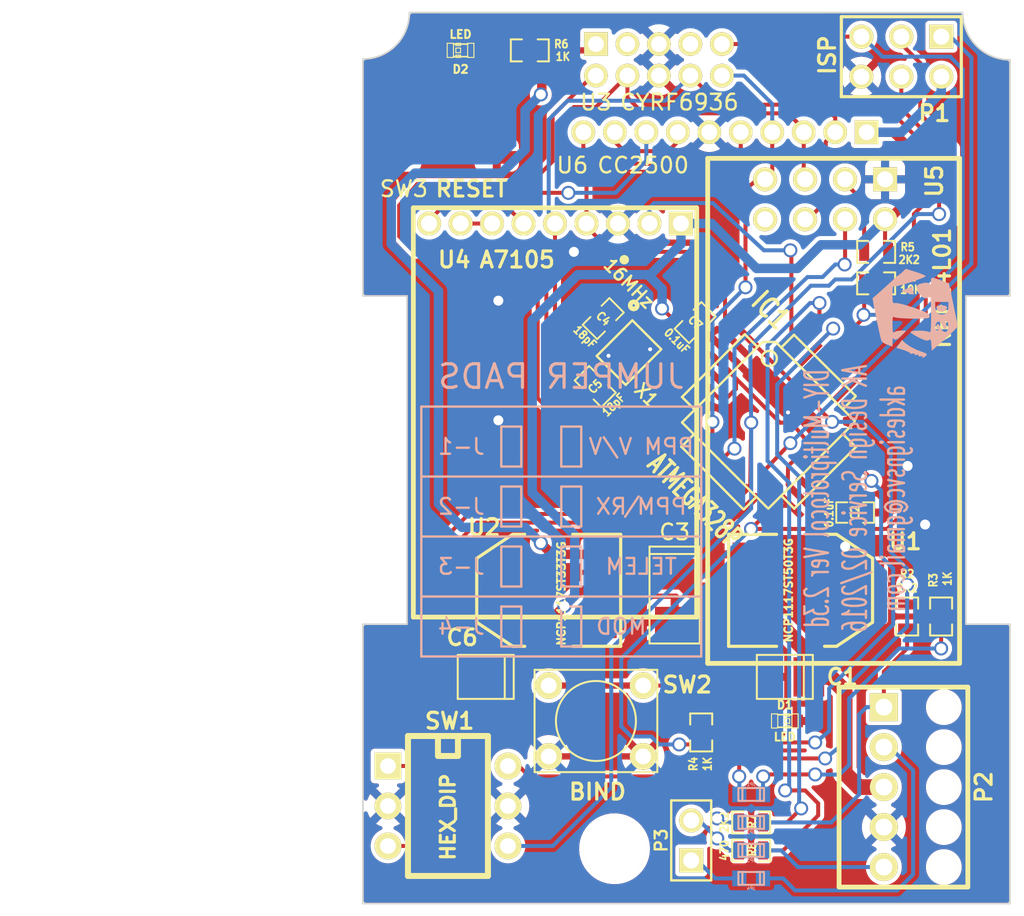
<source format=kicad_pcb>
(kicad_pcb (version 20221018) (generator pcbnew)
  (layers (0 "F.Cu" signal) (31 "B.Cu" signal) (34 "B.Paste" user) (35 "F.Paste" user) (36 "B.SilkS" user) (37 "F.SilkS" user) (38 "B.Mask" user) (39 "F.Mask" user) (44 "Edge.Cuts" user))
  (net 0 "")
  (net 1 "+5V")
  (net 2 "/A0")
  (net 3 "/A7105_CSN")
  (net 4 "/BATT")
  (net 5 "/CC25_CSN")
  (net 6 "/CC25_LANEN")
  (net 7 "/CC25_PAEN")
  (net 8 "/CYRF_CSN")
  (net 9 "/CYRF_RST")
  (net 10 "/D10")
  (net 11 "/D11")
  (net 12 "/D12")
  (net 13 "/D3")
  (net 14 "/MISO")
  (net 15 "/MOSI")
  (net 16 "/NRF_CE")
  (net 17 "/NRF_CSN")
  (net 18 "/PB5")
  (net 19 "/PPM_IN")
  (net 20 "/RESET")
  (net 21 "/RX")
  (net 22 "/SCK")
  (net 23 "/TX")
  (net 24 "/xtl1")
  (net 25 "/xtl2")
  (net 26 "3V3")
  (net 27 "GND")
  (net 28 "N-0000012")
  (net 29 "N-0000013")
  (net 30 "N-0000019")
  (net 31 "N-000002")
  (net 32 "N-0000020")
  (net 33 "N-0000021")
  (net 34 "N-0000022")
  (net 35 "N-0000023")
  (net 36 "N-0000025")
  (net 37 "N-0000034")
  (net 38 "N-0000043")
  (footprint "SM0603_Resistor" (layer "F.Cu") (at 151.8 61.7 180)
    (fp_text reference "R6")
    (fp_text value "1K")
  )
  (footprint "SM0603_Resistor" (layer "F.Cu") (at 173.8 76.5 180)
    (fp_text reference "R1")
    (fp_text value "10K")
  )
  (footprint "SM0603_Resistor" (layer "F.Cu") (at 162.687 105.029 90)
    (fp_text reference "R4")
    (fp_text value "1K")
  )
  (footprint "SM0603_Resistor" (layer "F.Cu") (at 177.927 97.663 90)
    (fp_text reference "R3")
    (fp_text value "1K")
  )
  (footprint "SM0603_Resistor" (layer "F.Cu") (at 175.768 97.663 -90)
    (fp_text reference "R2")
    (fp_text value "2K2")
  )
  (footprint "SM0603_Resistor" (layer "F.Cu") (at 173.8 74.5)
    (fp_text reference "R5")
    (fp_text value "2K2")
  )
  (footprint "LED-0603" (layer "F.Cu") (at 168 104.3)
    (fp_text reference "D1")
    (fp_text value "LED")
  )
  (footprint "LED-0603" (layer "F.Cu") (at 147.4 61.7 180)
    (fp_text reference "D2")
    (fp_text value "LED")
  )
  (footprint "c_tant_B" (layer "F.Cu") (at 168 101.5)
    (fp_text reference "C1")
    (fp_text value "22uF" hide)
  )
  (footprint "c_tant_B" (layer "F.Cu") (at 161 96.5 90)
    (fp_text reference "C3")
    (fp_text value "22uF" hide)
  )
  (footprint "SM0603_Capa" (layer "F.Cu") (at 155.956 83.058 135)
    (fp_text reference "C5")
    (fp_text value "18pF")
  )
  (footprint "SM0603_Capa" (layer "F.Cu") (at 172.466 91.059)
    (fp_text reference "C2")
    (fp_text value "0.1uF")
  )
  (footprint "DIP-6__300" (layer "F.Cu") (at 146.6 109.7 -90)
    (fp_text reference "SW1")
    (fp_text value "HEX_DIP")
  )
  (footprint "header_10_2mm" (layer "F.Cu") (at 164.2 66.9 180)
    (fp_text reference "U6")
    (fp_text value "CC2500")
  )
  (footprint "crystal_FA238-TSX3225" (layer "F.Cu") (at 158.1 80.9 45)
    (fp_text reference "X1")
    (fp_text value "16MHz")
  )
  (footprint "MOLEX_4455_N2X5" (layer "F.Cu") (at 178.1 108.5 -90)
    (fp_text reference "P2")
    (fp_text value "CONN_5" hide)
  )
  (footprint "TQFP32" (layer "F.Cu") (at 167 85.3 -45)
    (fp_text reference "IC1")
    (fp_text value "ATMEGA328P")
  )
  (footprint "SW_PUSH_6x4.5MM" (layer "F.Cu") (at 156 104.3)
    (fp_text reference "SW2")
    (fp_text value "BIND")
  )
  (footprint "XL7105-D03B" (layer "F.Cu") (at 153.4 77.7 -90)
    (fp_text reference "U4")
    (fp_text value "A7105")
  )
  (footprint "Switch_SMT5mm" (layer "F.Cu") (at 146.6 66.5)
    (fp_text reference "SW3")
    (fp_text value "RESET")
  )
  (footprint "CYRF6936" (layer "F.Cu") (at 160 62.3)
    (fp_text reference "U3")
    (fp_text value "CYRF6936")
  )
  (footprint "NRF24L01" (layer "F.Cu") (at 170.6 71.1)
    (fp_text reference "U5")
    (fp_text value "NRF24L01")
  )
  (footprint "Hole_4mm" (layer "F.Cu") (at 160.782 77.216)
    (fp_text reference "Hole_4mm" hide)
    (fp_text value "")
  )
  (footprint "SM0603_Capa" (layer "F.Cu") (at 162.306 78.994 45)
    (fp_text reference "C7")
    (fp_text value "0.1uF")
  )
  (footprint "SOT223" (layer "F.Cu") (at 169 96 -90)
    (fp_text reference "U1")
    (fp_text value "NCP1117ST50T3G")
  )
  (footprint "SOT223" (layer "F.Cu") (at 153 96 90)
    (fp_text reference "U2")
    (fp_text value "NCP1117ST33T3G")
  )
  (footprint "pin_array_3x2" (layer "F.Cu") (at 175.4 62.1 180)
    (fp_text reference "P1")
    (fp_text value "ISP")
  )
  (footprint "c_tant_B" (layer "F.Cu") (at 149 101.5)
    (fp_text reference "C6")
    (fp_text value "22uF" hide)
  )
  (footprint "SM0603_Capa" (layer "F.Cu") (at 156.464 78.74 45)
    (fp_text reference "C4")
    (fp_text value "18pF")
  )
  (footprint "SM0603_Resistor" (layer "F.Cu") (at 165.862 110.744)
    (fp_text reference "R7")
    (fp_text value "2K2")
  )
  (footprint "SM0603_Resistor" (layer "F.Cu") (at 165.862 112.522)
    (fp_text reference "R8")
    (fp_text value "470")
  )
  (footprint "PIN_ARRAY_2X1" (layer "F.Cu") (at 162.052 111.887 90)
    (fp_text reference "P3")
    (fp_text value "CONN_2" hide)
  )
  (footprint "LOGO" (layer "B.Cu") (at 176.276 78.486 90)
    (fp_text reference "" hide)
    (fp_text value "" hide)
  )
  (footprint "c_0603" (layer "B.Cu") (at 165.862 112.522)
    (fp_text reference "JP3")
    (fp_text value "JUMPER" hide)
  )
  (footprint "c_0603" (layer "B.Cu") (at 165.862 108.966 180)
    (fp_text reference "JP1")
    (fp_text value "JUMPER" hide)
  )
  (footprint "c_0603" (layer "B.Cu") (at 165.862 110.744)
    (fp_text reference "JP2")
    (fp_text value "JUMPER" hide)
  )
  (footprint "c_0603" (layer "B.Cu") (at 165.862 114.3)
    (fp_text reference "JP4")
    (fp_text value "JUMPER" hide)
  )
  (footprint "2_3d_jumper_table" (layer "B.Cu") (at 153.797 92.583 180)
    (fp_text reference "2_3d_jumper_table" hide)
    (fp_text value "VAL**" hide)
  )
  (gr_circle (center 157.8 75) (end 157.8 75) (stroke (width 0.3)) (fill none) (layer "F.SilkS"))
  (gr_circle (center 158.4 77.9) (end 158.6 77.8) (stroke (width 0.3)) (fill none) (layer "F.SilkS"))
  (gr_line (start 141.2 62.3) (end 141.2 77.3) (stroke (width 0.1)) (layer "Edge.Cuts"))
  (gr_arc (start 144.15 59.3) (mid 143.285965 61.385965) (end 141.2 62.25) (stroke (width 0.1)) (layer "Edge.Cuts"))
  (gr_line (start 144.15 59.3) (end 179.3 59.3) (stroke (width 0.1)) (layer "Edge.Cuts"))
  (gr_line (start 141.2 115.9) (end 182.3 115.9) (stroke (width 0.1)) (layer "Edge.Cuts"))
  (gr_line (start 182.3 98.15) (end 182.3 115.9) (stroke (width 0.1)) (layer "Edge.Cuts"))
  (gr_line (start 144 77.3) (end 144 98.15) (stroke (width 0.1)) (layer "Edge.Cuts"))
  (gr_arc (start 182.3 62.3) (mid 180.17868 61.42132) (end 179.3 59.3) (stroke (width 0.1)) (layer "Edge.Cuts"))
  (gr_line (start 141.2 98.15) (end 141.2 115.9) (stroke (width 0.1)) (layer "Edge.Cuts"))
  (gr_line (start 182.3 62.3) (end 182.3 77.3) (stroke (width 0.1)) (layer "Edge.Cuts"))
  (gr_line (start 141.2 77.3) (end 144 77.3) (stroke (width 0.1)) (layer "Edge.Cuts"))
  (gr_line (start 179.5 98.15) (end 182.3 98.15) (stroke (width 0.1)) (layer "Edge.Cuts"))
  (gr_line (start 179.5 77.3) (end 182.3 77.3) (stroke (width 0.1)) (layer "Edge.Cuts"))
  (gr_line (start 141.2 98.15) (end 144 98.15) (stroke (width 0.1)) (layer "Edge.Cuts"))
  (gr_line (start 179.5 77.3) (end 179.5 98.15) (stroke (width 0.1)) (layer "Edge.Cuts"))
  (gr_text "DIY-Multiprotocol Ver 2.3d\nAK Design Service 02/2016\nakdesignsvc@gmail.com" (at 172.466 90.17 90) (layer "B.SilkS") (effects (font (size 1.5 0.8)) (justify mirror)))
  (segment (start 155.6 60.9) (end 156 61.3) (width 0.254) (layer "F.Cu") (net 1))
  (segment (start 153.214 93.714) (end 152.5 93) (width 0.6) (layer "F.Cu") (net 1))
  (segment (start 152.5 64.5) (end 152.562 64.438) (width 0.6) (layer "F.Cu") (net 1))
  (segment (start 152.562 64.438) (end 152.562 61.7) (width 0.6) (layer "F.Cu") (net 1))
  (segment (start 159.738 93.714) (end 161 94.976) (width 1) (layer "F.Cu") (net 1))
  (segment (start 162.024 96) (end 161 94.976) (width 1) (layer "F.Cu") (net 1))
  (segment (start 156.302 93.714) (end 153.214 93.714) (width 0.6) (layer "F.Cu") (net 1))
  (segment (start 156.302 93.714) (end 159.738 93.714) (width 1) (layer "F.Cu") (net 1))
  (segment (start 165.698 96) (end 162.024 96) (width 1) (layer "F.Cu") (net 1))
  (segment (start 152.562 61.7) (end 155.6 61.7) (width 0.4) (layer "F.Cu") (net 1))
  (via (at 152.5 93) (size 0.889) (drill 0.635) (layers "F.Cu" "B.Cu") (net 1))
  (via (at 152.5 64.5) (size 0.889) (drill 0.635) (layers "F.Cu" "B.Cu") (net 1))
  (segment (start 146 90.5) (end 146 77) (width 0.6) (layer "B.Cu") (net 1))
  (segment (start 146 77) (end 143 74) (width 0.6) (layer "B.Cu") (net 1))
  (segment (start 143 74) (end 143 71) (width 0.6) (layer "B.Cu") (net 1))
  (segment (start 143 71) (end 144.5 69.5) (width 0.6) (layer "B.Cu") (net 1))
  (segment (start 150 69.5) (end 151.5 68) (width 0.6) (layer "B.Cu") (net 1))
  (segment (start 151.5 68) (end 151.5 65.5) (width 0.6) (layer "B.Cu") (net 1))
  (segment (start 151.5 65.5) (end 152.5 64.5) (width 0.6) (layer "B.Cu") (net 1))
  (segment (start 147.5 92) (end 151.5 92) (width 0.6) (layer "B.Cu") (net 1))
  (segment (start 151.5 92) (end 152.5 93) (width 0.6) (layer "B.Cu") (net 1))
  (segment (start 144.5 69.5) (end 150 69.5) (width 0.6) (layer "B.Cu") (net 1))
  (segment (start 146 90.5) (end 147.5 92) (width 0.6) (layer "B.Cu") (net 1))
  (segment (start 171.795457 87.295457) (end 171.795457 87.221775) (width 0.254) (layer "F.Cu") (net 2))
  (segment (start 171.795457 87.221775) (end 173.5 88.926318) (width 0.254) (layer "F.Cu") (net 2))
  (segment (start 151.102 107.16) (end 151.765 107.823) (width 0.254) (layer "F.Cu") (net 2))
  (segment (start 151.765 107.823) (end 160.782 107.823) (width 0.254) (layer "F.Cu") (net 2))
  (segment (start 160.782 107.823) (end 161.798 106.807) (width 0.254) (layer "F.Cu") (net 2))
  (segment (start 161.798 106.807) (end 163.449 106.807) (width 0.254) (layer "F.Cu") (net 2))
  (segment (start 163.449 106.807) (end 164.592 105.664) (width 0.254) (layer "F.Cu") (net 2))
  (segment (start 164.592 105.664) (end 169.926 105.664) (width 0.254) (layer "F.Cu") (net 2))
  (segment (start 173.5 89.05) (end 173.5 88.926318) (width 0.254) (layer "F.Cu") (net 2))
  (segment (start 150.41 107.16) (end 150.96 107.16) (width 0.254) (layer "F.Cu") (net 2))
  (segment (start 171.795457 87.221775) (end 171.795457 87.295457) (width 0.254) (layer "F.Cu") (net 2))
  (segment (start 150.41 107.16) (end 151.102 107.16) (width 0.254) (layer "F.Cu") (net 2))
  (via (at 173.5 89.05) (size 0.889) (drill 0.635) (layers "F.Cu" "B.Cu") (net 2))
  (via (at 169.926 105.664) (size 0.889) (drill 0.635) (layers "F.Cu" "B.Cu") (net 2))
  (segment (start 169.926 105.664) (end 169.926 105.664) (width 0.254) (layer "B.Cu") (net 2))
  (segment (start 169.935575 105.675425) (end 170.815 104.945049) (width 0.254) (layer "B.Cu") (net 2))
  (segment (start 173.505 89.05) (end 174.117 89.662) (width 0.254) (layer "B.Cu") (net 2))
  (segment (start 174.117 89.662) (end 174.117 93.853) (width 0.254) (layer "B.Cu") (net 2))
  (segment (start 174.117 93.853) (end 174.879 94.615) (width 0.254) (layer "B.Cu") (net 2))
  (segment (start 174.879 94.615) (end 174.879 98.171) (width 0.254) (layer "B.Cu") (net 2))
  (segment (start 174.879 98.171) (end 170.815 102.235) (width 0.254) (layer "B.Cu") (net 2))
  (segment (start 170.815 102.235) (end 170.815 104.945049) (width 0.254) (layer "B.Cu") (net 2))
  (segment (start 173.5 89.05) (end 173.505 89.05) (width 0.254) (layer "B.Cu") (net 2))
  (segment (start 169.935575 105.675425) (end 169.926 105.664) (width 0.254) (layer "B.Cu") (net 2))
  (segment (start 168.415288 74.515288) (end 168.415288 79.890294) (width 0.254) (layer "F.Cu") (net 3))
  (via (at 168.35 74.4) (size 0.889) (drill 0.635) (layers "F.Cu" "B.Cu") (net 3))
  (segment (start 159.4 71.7) (end 159.7 71.4) (width 0.254) (layer "B.Cu") (net 3))
  (segment (start 159.7 71.4) (end 163.420835 71.4) (width 0.254) (layer "B.Cu") (net 3))
  (segment (start 163.420835 71.4) (end 166.670835 74.4) (width 0.254) (layer "B.Cu") (net 3))
  (segment (start 166.670835 74.4) (end 168.35 74.4) (width 0.254) (layer "B.Cu") (net 3))
  (segment (start 159.4 72.7) (end 159.4 71.7) (width 0.254) (layer "B.Cu") (net 3))
  (segment (start 167.786 98.286) (end 169.524 100.024) (width 1) (layer "F.Cu") (net 4))
  (segment (start 169.524 100.024) (end 169.524 101.5) (width 1) (layer "F.Cu") (net 4))
  (segment (start 172.7 108.5) (end 171.8 107.6) (width 1) (layer "F.Cu") (net 4))
  (segment (start 171.8 107.6) (end 171.8 102.4) (width 1) (layer "F.Cu") (net 4))
  (segment (start 171.8 102.4) (end 170.9 101.5) (width 1) (layer "F.Cu") (net 4))
  (segment (start 170.9 101.5) (end 169.524 101.5) (width 1) (layer "F.Cu") (net 4))
  (segment (start 174.29 108.5) (end 172.7 108.5) (width 1) (layer "F.Cu") (net 4))
  (segment (start 165.698 98.286) (end 167.786 98.286) (width 1) (layer "F.Cu") (net 4))
  (segment (start 154.25 70.75) (end 145 70.75) (width 0.254) (layer "F.Cu") (net 5))
  (segment (start 145 70.75) (end 144.05 71.7) (width 0.254) (layer "F.Cu") (net 5))
  (segment (start 144.05 71.7) (end 144.05 73.3) (width 0.254) (layer "F.Cu") (net 5))
  (segment (start 144.05 73.3) (end 144.75 74) (width 0.254) (layer "F.Cu") (net 5))
  (segment (start 144.75 74) (end 150.7 74) (width 0.254) (layer "F.Cu") (net 5))
  (segment (start 150.7 74) (end 152.85 76.15) (width 0.254) (layer "F.Cu") (net 5))
  (segment (start 152.85 76.15) (end 152.85 83.5) (width 0.254) (layer "F.Cu") (net 5))
  (segment (start 152.85 83.5) (end 158.15 88.8) (width 0.254) (layer "F.Cu") (net 5))
  (segment (start 158.15 88.8) (end 161.775791 88.8) (width 0.254) (layer "F.Cu") (net 5))
  (segment (start 161.775791 88.8) (end 162.761319 87.814472) (width 0.254) (layer "F.Cu") (net 5))
  (via (at 154.25 70.75) (size 0.889) (drill 0.635) (layers "F.Cu" "B.Cu") (net 5))
  (segment (start 159.2 68.7) (end 157.25 70.75) (width 0.254) (layer "B.Cu") (net 5))
  (segment (start 157.25 70.75) (end 154.25 70.75) (width 0.254) (layer "B.Cu") (net 5))
  (segment (start 159.2 66.9) (end 159.2 68.7) (width 0.254) (layer "B.Cu") (net 5))
  (segment (start 165.2 67.9) (end 164.2 68.9) (width 0.254) (layer "F.Cu") (net 6))
  (segment (start 164.2 68.9) (end 156.2 68.9) (width 0.254) (layer "F.Cu") (net 6))
  (segment (start 156.2 68.9) (end 155.2 67.9) (width 0.254) (layer "F.Cu") (net 6))
  (segment (start 155.2 67.9) (end 155.2 66.9) (width 0.254) (layer "F.Cu") (net 6))
  (segment (start 165.2 66.9) (end 165.2 67.9) (width 0.254) (layer "F.Cu") (net 6))
  (segment (start 161.2 67.5) (end 160.6 68.1) (width 0.254) (layer "F.Cu") (net 7))
  (segment (start 160.6 68.1) (end 157.8 68.1) (width 0.254) (layer "F.Cu") (net 7))
  (segment (start 157.8 68.1) (end 157.2 67.5) (width 0.254) (layer "F.Cu") (net 7))
  (segment (start 157.2 67.5) (end 157.2 66.9) (width 0.254) (layer "F.Cu") (net 7))
  (segment (start 161.2 66.9) (end 161.2 67.5) (width 0.254) (layer "F.Cu") (net 7))
  (segment (start 155.8 63.3) (end 153.25 65.85) (width 0.254) (layer "F.Cu") (net 8))
  (segment (start 153.25 65.85) (end 153.25 68.75) (width 0.254) (layer "F.Cu") (net 8))
  (segment (start 153.25 68.75) (end 151.8 70.2) (width 0.254) (layer "F.Cu") (net 8))
  (segment (start 151.8 70.2) (end 144.639062 70.2) (width 0.254) (layer "F.Cu") (net 8))
  (segment (start 144.639062 70.2) (end 143.5 71.55) (width 0.254) (layer "F.Cu") (net 8))
  (segment (start 143.5 71.55) (end 143.5 73.506) (width 0.254) (layer "F.Cu") (net 8))
  (segment (start 143.5 73.506) (end 144.503846 74.55) (width 0.254) (layer "F.Cu") (net 8))
  (segment (start 144.503846 74.55) (end 150.487498 74.55) (width 0.254) (layer "F.Cu") (net 8))
  (segment (start 150.487498 74.55) (end 152.3 76.441307) (width 0.254) (layer "F.Cu") (net 8))
  (segment (start 152.3 76.441307) (end 152.3 83.8) (width 0.254) (layer "F.Cu") (net 8))
  (segment (start 152.3 83.8) (end 158.4 89.9) (width 0.254) (layer "F.Cu") (net 8))
  (segment (start 158.4 89.9) (end 162.902894 89.9) (width 0.254) (layer "F.Cu") (net 8))
  (segment (start 162.902894 89.9) (end 163.874871 88.928023) (width 0.254) (layer "F.Cu") (net 8))
  (segment (start 156 63.3) (end 155.8 63.3) (width 0.254) (layer "F.Cu") (net 8))
  (segment (start 167.4 61.3) (end 171.8 65.7) (width 0.254) (layer "F.Cu") (net 9))
  (segment (start 171.8 65.7) (end 174.85 65.7) (width 0.254) (layer "F.Cu") (net 9))
  (segment (start 174.85 65.7) (end 177.25 68.1) (width 0.254) (layer "F.Cu") (net 9))
  (segment (start 177.25 68.1) (end 177.25 71.05) (width 0.254) (layer "F.Cu") (net 9))
  (segment (start 177.25 71.05) (end 176.2 72.1) (width 0.254) (layer "F.Cu") (net 9))
  (segment (start 176.2 72.1) (end 176.2 76.631631) (width 0.254) (layer "F.Cu") (net 9))
  (segment (start 176.2 76.631631) (end 170.678313 82.153318) (width 0.254) (layer "F.Cu") (net 9))
  (segment (start 164 61.3) (end 167.4 61.3) (width 0.254) (layer "F.Cu") (net 9))
  (segment (start 144.951559 94.145724) (end 147.920535 91.15) (width 0.254) (layer "F.Cu") (net 10))
  (segment (start 147.920535 91.15) (end 162.802367 91.15) (width 0.254) (layer "F.Cu") (net 10))
  (segment (start 164.449607 89.50276) (end 162.802367 91.15) (width 0.254) (layer "F.Cu") (net 10))
  (segment (start 144.937197 106.162803) (end 143.94 107.16) (width 0.254) (layer "F.Cu") (net 10))
  (segment (start 143.94 107.16) (end 142.79 107.16) (width 0.254) (layer "F.Cu") (net 10))
  (segment (start 144.951559 94.145724) (end 144.937197 106.162803) (width 0.254) (layer "F.Cu") (net 10))
  (segment (start 175.4 65.4) (end 177.8 67.8) (width 0.254) (layer "F.Cu") (net 11))
  (segment (start 177.8 67.8) (end 177.8 72.1) (width 0.254) (layer "F.Cu") (net 11))
  (segment (start 165.024344 90.075656) (end 165.024344 90.077496) (width 0.254) (layer "F.Cu") (net 11))
  (segment (start 165.8 89.3) (end 165.024344 90.075656) (width 0.254) (layer "F.Cu") (net 11))
  (segment (start 165.024344 90.075656) (end 165.024344 90.077496) (width 0.254) (layer "F.Cu") (net 11))
  (segment (start 175.4 65.4) (end 175.4 63.37) (width 0.254) (layer "F.Cu") (net 11))
  (segment (start 165.862 85.344) (end 165.8 89.3) (width 0.254) (layer "F.Cu") (net 11))
  (via (at 165.862 85.344) (size 0.889) (drill 0.635) (layers "F.Cu" "B.Cu") (net 11))
  (via (at 177.8 72.1) (size 0.889) (drill 0.635) (layers "F.Cu" "B.Cu") (net 11))
  (segment (start 153.26 112.24) (end 156.972 108.528) (width 0.254) (layer "B.Cu") (net 11))
  (segment (start 156.972 108.528) (end 156.972 99.695) (width 0.254) (layer "B.Cu") (net 11))
  (segment (start 169.65 76.65) (end 165.8 80.5) (width 0.254) (layer "B.Cu") (net 11))
  (segment (start 165.8 80.5) (end 165.862 85.344) (width 0.254) (layer "B.Cu") (net 11))
  (segment (start 165.862 85.344) (end 165.862 85.344) (width 0.254) (layer "B.Cu") (net 11))
  (segment (start 156.972 99.695) (end 165.862 90.805) (width 0.254) (layer "B.Cu") (net 11))
  (segment (start 165.862 90.805) (end 165.862 85.344) (width 0.254) (layer "B.Cu") (net 11))
  (segment (start 176.5 72.1) (end 176.35 72.1) (width 0.254) (layer "B.Cu") (net 11))
  (segment (start 176.4 72.1) (end 172.25 76.25) (width 0.254) (layer "B.Cu") (net 11))
  (segment (start 172.25 76.25) (end 171.2 76.25) (width 0.254) (layer "B.Cu") (net 11))
  (segment (start 171.2 76.25) (end 170.8 76.65) (width 0.254) (layer "B.Cu") (net 11))
  (segment (start 170.8 76.65) (end 169.65 76.65) (width 0.254) (layer "B.Cu") (net 11))
  (segment (start 176.5 72.1) (end 176.4 72.1) (width 0.254) (layer "B.Cu") (net 11))
  (segment (start 177.8 72.1) (end 176.5 72.1) (width 0.254) (layer "B.Cu") (net 11))
  (segment (start 150.41 112.24) (end 153.26 112.24) (width 0.254) (layer "B.Cu") (net 11))
  (segment (start 165.647767 90.652233) (end 165.59908 90.652233) (width 0.254) (layer "F.Cu") (net 12))
  (segment (start 168.35 86.65) (end 166.6 88.5) (width 0.254) (layer "F.Cu") (net 12))
  (segment (start 166.6 88.5) (end 166.6 89.651313) (width 0.254) (layer "F.Cu") (net 12))
  (segment (start 166.6 89.651313) (end 165.59908 90.652233) (width 0.254) (layer "F.Cu") (net 12))
  (segment (start 144.36 112.24) (end 145.5 111.1) (width 0.254) (layer "F.Cu") (net 12))
  (segment (start 145.5 111.1) (end 145.5 94.65) (width 0.254) (layer "F.Cu") (net 12))
  (segment (start 145.5 94.65) (end 148.45 91.7) (width 0.254) (layer "F.Cu") (net 12))
  (segment (start 148.45 91.7) (end 164.551313 91.7) (width 0.254) (layer "F.Cu") (net 12))
  (segment (start 164.551313 91.7) (end 165.59908 90.652233) (width 0.254) (layer "F.Cu") (net 12))
  (segment (start 142.79 112.24) (end 144.36 112.24) (width 0.254) (layer "F.Cu") (net 12))
  (via (at 168.35 86.65) (size 0.889) (drill 0.635) (layers "F.Cu" "B.Cu") (net 12))
  (segment (start 178.53 60.83) (end 179.85 62.15) (width 0.254) (layer "B.Cu") (net 12))
  (segment (start 179.85 62.15) (end 179.85 75.248723) (width 0.254) (layer "B.Cu") (net 12))
  (segment (start 179.85 75.248723) (end 168.35 86.65) (width 0.254) (layer "B.Cu") (net 12))
  (segment (start 168.35 86.65) (end 168.35 86.65) (width 0.254) (layer "B.Cu") (net 12))
  (segment (start 177.94 60.83) (end 178.53 60.83) (width 0.254) (layer "B.Cu") (net 12))
  (segment (start 171 85.3) (end 165.597478 79.897478) (width 0.254) (layer "F.Cu") (net 13))
  (segment (start 165.597478 79.897478) (end 165.591896 79.897478) (width 0.254) (layer "F.Cu") (net 13))
  (segment (start 165.1 107.823) (end 165.1 107.061) (width 0.254) (layer "F.Cu") (net 13))
  (segment (start 165.1 107.061) (end 165.481 106.68) (width 0.254) (layer "F.Cu") (net 13))
  (segment (start 165.481 106.68) (end 170.561 106.68) (width 0.254) (layer "F.Cu") (net 13))
  (segment (start 175.768 95.631) (end 175.768 96.901) (width 0.254) (layer "F.Cu") (net 13))
  (via (at 175.768 95.631) (size 0.889) (drill 0.635) (layers "F.Cu" "B.Cu") (net 13))
  (via (at 171 85.3) (size 0.889) (drill 0.635) (layers "F.Cu" "B.Cu") (net 13))
  (via (at 170.561 106.68) (size 0.889) (drill 0.635) (layers "F.Cu" "B.Cu") (net 13))
  (via (at 165.1 107.823) (size 0.889) (drill 0.635) (layers "F.Cu" "B.Cu") (net 13))
  (segment (start 172.93 85.3) (end 174.733 87.103) (width 0.254) (layer "B.Cu") (net 13))
  (segment (start 174.733 87.103) (end 174.733 93.58) (width 0.254) (layer "B.Cu") (net 13))
  (segment (start 165.11016 107.83316) (end 165.1 107.823) (width 0.254) (layer "B.Cu") (net 13))
  (segment (start 170.561 106.68) (end 171.45 105.9688) (width 0.254) (layer "B.Cu") (net 13))
  (segment (start 171.45 105.9688) (end 171.45 102.616) (width 0.254) (layer "B.Cu") (net 13))
  (segment (start 171.45 102.616) (end 175.768 98.298) (width 0.254) (layer "B.Cu") (net 13))
  (segment (start 175.768 98.298) (end 175.768 95.631) (width 0.254) (layer "B.Cu") (net 13))
  (segment (start 175.768 94.615) (end 174.733 93.58) (width 0.254) (layer "B.Cu") (net 13))
  (segment (start 175.768 95.631) (end 175.768 94.615) (width 0.254) (layer "B.Cu") (net 13))
  (segment (start 165.11016 108.966) (end 165.11016 107.83316) (width 0.254) (layer "B.Cu") (net 13))
  (segment (start 171 85.3) (end 172.93 85.3) (width 0.254) (layer "B.Cu") (net 13))
  (segment (start 167.2 69.43778) (end 166.74682 69.89096) (width 0.254) (layer "F.Cu") (net 14))
  (segment (start 166.25904 69.89096) (end 165.5 70.537164) (width 0.254) (layer "F.Cu") (net 14))
  (segment (start 163.4 85.3) (end 163.4 86.1) (width 0.254) (layer "F.Cu") (net 14))
  (segment (start 163.4 86.1) (end 162.260265 87.239735) (width 0.254) (layer "F.Cu") (net 14))
  (segment (start 162.186583 87.239735) (end 162.260265 87.239735) (width 0.254) (layer "F.Cu") (net 14))
  (segment (start 167.2 66.9) (end 167.2 69.43778) (width 0.254) (layer "F.Cu") (net 14))
  (segment (start 166.25904 69.89096) (end 166.74682 69.89096) (width 0.254) (layer "F.Cu") (net 14))
  (segment (start 165.5 70.537164) (end 165.5 76.85) (width 0.254) (layer "F.Cu") (net 14))
  (via (at 165.5 76.75) (size 0.889) (drill 0.635) (layers "F.Cu" "B.Cu") (net 14))
  (via (at 163.4 85.3) (size 0.889) (drill 0.635) (layers "F.Cu" "B.Cu") (net 14))
  (segment (start 167.2 65.1) (end 165.4 63.3) (width 0.254) (layer "B.Cu") (net 14))
  (segment (start 165.4 63.3) (end 164 63.3) (width 0.254) (layer "B.Cu") (net 14))
  (segment (start 165.5 76.75) (end 163.4 78.85) (width 0.254) (layer "B.Cu") (net 14))
  (segment (start 163.4 78.85) (end 163.4 85.3) (width 0.254) (layer "B.Cu") (net 14))
  (segment (start 167.2 66.9) (end 167.2 65.1) (width 0.254) (layer "B.Cu") (net 14))
  (segment (start 169.46904 72.43096) (end 170.6 71.3) (width 0.254) (layer "F.Cu") (net 15))
  (segment (start 170.6 71.3) (end 170.6 67.5) (width 0.254) (layer "F.Cu") (net 15))
  (segment (start 170.6 67.5) (end 171.2 66.9) (width 0.254) (layer "F.Cu") (net 15))
  (segment (start 171.2 65.95) (end 170.4 65.15) (width 0.254) (layer "F.Cu") (net 15))
  (segment (start 170.4 65.15) (end 163.85 65.15) (width 0.254) (layer "F.Cu") (net 15))
  (segment (start 163.85 65.15) (end 162 63.3) (width 0.254) (layer "F.Cu") (net 15))
  (segment (start 153.4 83.222582) (end 158.001639 87.75) (width 0.254) (layer "F.Cu") (net 15))
  (segment (start 160.5 87.75) (end 161.629807 86.682959) (width 0.254) (layer "F.Cu") (net 15))
  (segment (start 158.001639 87.75) (end 160.5 87.75) (width 0.254) (layer "F.Cu") (net 15))
  (segment (start 153.4 72.7) (end 153.4 83.222582) (width 0.254) (layer "F.Cu") (net 15))
  (segment (start 171.2 66.9) (end 171.2 65.95) (width 0.254) (layer "F.Cu") (net 15))
  (segment (start 169.28682 72.43096) (end 169.46904 72.43096) (width 0.254) (layer "F.Cu") (net 15))
  (segment (start 153 66.1) (end 154.2 64.9) (width 0.254) (layer "B.Cu") (net 15))
  (segment (start 154.2 64.9) (end 160.4 64.9) (width 0.254) (layer "B.Cu") (net 15))
  (segment (start 162 63.3) (end 160.4 64.9) (width 0.254) (layer "B.Cu") (net 15))
  (segment (start 153 72) (end 153.4 72.7) (width 0.254) (layer "B.Cu") (net 15))
  (segment (start 153 72) (end 153 66.1) (width 0.254) (layer "B.Cu") (net 15))
  (segment (start 171.82682 70.12682) (end 173.038 71.338) (width 0.254) (layer "F.Cu") (net 16))
  (segment (start 173.038 71.338) (end 173.038 74.5) (width 0.254) (layer "F.Cu") (net 16))
  (segment (start 171.82682 69.89096) (end 171.82682 70.12682) (width 0.254) (layer "F.Cu") (net 16))
  (segment (start 171.82682 75.27318) (end 171.8 75.3) (width 0.254) (layer "F.Cu") (net 17))
  (segment (start 163.318095 88.371248) (end 163.318095 88.181905) (width 0.254) (layer "F.Cu") (net 17))
  (segment (start 164.689343 87) (end 163.318095 88.371248) (width 0.254) (layer "F.Cu") (net 17))
  (segment (start 171.82682 75.27318) (end 171.82682 72.43096) (width 0.254) (layer "F.Cu") (net 17))
  (segment (start 164.8 87) (end 164.689343 87) (width 0.254) (layer "F.Cu") (net 17))
  (via (at 164.8 87) (size 0.889) (drill 0.635) (layers "F.Cu" "B.Cu") (net 17))
  (via (at 171.8 75.3) (size 0.889) (drill 0.635) (layers "F.Cu" "B.Cu") (net 17))
  (segment (start 171.2 75.3) (end 170.4 76.1) (width 0.254) (layer "B.Cu") (net 17))
  (segment (start 170.4 76.1) (end 169.439098 76.1) (width 0.254) (layer "B.Cu") (net 17))
  (segment (start 169.439098 76.1) (end 164.8 80.528229) (width 0.254) (layer "B.Cu") (net 17))
  (segment (start 164.8 80.528229) (end 164.8 87) (width 0.254) (layer "B.Cu") (net 17))
  (segment (start 164.8 87) (end 164.8 87) (width 0.254) (layer "B.Cu") (net 17))
  (segment (start 171.8 75.3) (end 171.2 75.3) (width 0.254) (layer "B.Cu") (net 17))
  (segment (start 175.4 61.3) (end 176.6 62.5) (width 0.254) (layer "F.Cu") (net 18))
  (segment (start 176.6 62.5) (end 176.6 65.75) (width 0.254) (layer "F.Cu") (net 18))
  (segment (start 176.6 65.75) (end 178.75 67.9) (width 0.254) (layer "F.Cu") (net 18))
  (segment (start 174.5 92.1) (end 165.898687 92.1) (width 0.254) (layer "F.Cu") (net 18))
  (segment (start 178.75 72.5) (end 176.95 74.3) (width 0.254) (layer "F.Cu") (net 18))
  (segment (start 176.95 74.3) (end 176.95 89.65) (width 0.254) (layer "F.Cu") (net 18))
  (segment (start 176.95 89.65) (end 174.5 92.1) (width 0.254) (layer "F.Cu") (net 18))
  (segment (start 167.315728 90.634272) (end 165.85 92.1) (width 0.254) (layer "F.Cu") (net 18))
  (segment (start 161.29 105.791) (end 162.687 105.791) (width 0.254) (layer "F.Cu") (net 18))
  (segment (start 168.382959 90.634272) (end 167.315728 90.634272) (width 0.254) (layer "F.Cu") (net 18))
  (segment (start 178.75 67.9) (end 178.75 72.5) (width 0.254) (layer "F.Cu") (net 18))
  (segment (start 175.4 60.83) (end 175.4 60.9) (width 0.254) (layer "F.Cu") (net 18))
  (segment (start 175.4 60.83) (end 175.4 61.3) (width 0.254) (layer "F.Cu") (net 18))
  (via (at 161.29 105.791) (size 0.889) (drill 0.635) (layers "F.Cu" "B.Cu") (net 18))
  (via (at 165.85 92.1) (size 0.889) (drill 0.635) (layers "F.Cu" "B.Cu") (net 18))
  (segment (start 157.607 104.648) (end 157.607 100.33) (width 0.254) (layer "B.Cu") (net 18))
  (segment (start 157.607 100.33) (end 165.837 92.1) (width 0.254) (layer "B.Cu") (net 18))
  (segment (start 160.02 105.791) (end 159.512 105.283) (width 0.254) (layer "B.Cu") (net 18))
  (segment (start 159.512 105.283) (end 158.242 105.283) (width 0.254) (layer "B.Cu") (net 18))
  (segment (start 158.242 105.283) (end 157.607 104.648) (width 0.254) (layer "B.Cu") (net 18))
  (segment (start 165.85 92.1) (end 165.837 92.1) (width 0.254) (layer "B.Cu") (net 18))
  (segment (start 161.29 105.791) (end 160.02 105.791) (width 0.254) (layer "B.Cu") (net 18))
  (segment (start 174.29 101.173) (end 175.768 99.695) (width 0.254) (layer "F.Cu") (net 19))
  (segment (start 175.768 99.695) (end 175.768 98.425) (width 0.254) (layer "F.Cu") (net 19))
  (segment (start 174.29 103.42) (end 174.29 101.173) (width 0.254) (layer "F.Cu") (net 19))
  (segment (start 170.942 110.744) (end 172.72 108.966) (width 0.254) (layer "B.Cu") (net 19))
  (segment (start 172.72 108.966) (end 172.72 103.886) (width 0.254) (layer "B.Cu") (net 19))
  (segment (start 172.72 103.886) (end 173.186 103.42) (width 0.254) (layer "B.Cu") (net 19))
  (segment (start 173.186 103.42) (end 174.29 103.42) (width 0.254) (layer "B.Cu") (net 19))
  (segment (start 166.61384 110.744) (end 170.942 110.744) (width 0.254) (layer "B.Cu") (net 19))
  (segment (start 173.038 78.658527) (end 170.110761 81.585766) (width 0.254) (layer "F.Cu") (net 20))
  (segment (start 170.93 60.83) (end 169.9 59.8) (width 0.254) (layer "F.Cu") (net 20))
  (segment (start 169.9 59.8) (end 146.4 59.8) (width 0.254) (layer "F.Cu") (net 20))
  (segment (start 146.4 59.8) (end 143.5 62.7) (width 0.254) (layer "F.Cu") (net 20))
  (segment (start 143.5 62.7) (end 143.5 64.65) (width 0.254) (layer "F.Cu") (net 20))
  (segment (start 173 78.5) (end 173.038 78.5) (width 0.254) (layer "F.Cu") (net 20))
  (segment (start 173.038 78.5) (end 173 78.5) (width 0.254) (layer "F.Cu") (net 20))
  (segment (start 173 78.5) (end 173.038 78.5) (width 0.254) (layer "F.Cu") (net 20))
  (segment (start 173.038 78.5) (end 173.038 78.658527) (width 0.254) (layer "F.Cu") (net 20))
  (segment (start 149.7 64.65) (end 143.5 64.65) (width 0.254) (layer "F.Cu") (net 20))
  (segment (start 172.86 60.83) (end 170.93 60.83) (width 0.254) (layer "F.Cu") (net 20))
  (segment (start 173.038 76.5) (end 173.038 78.5) (width 0.254) (layer "F.Cu") (net 20))
  (via (at 173 78.5) (size 0.889) (drill 0.635) (layers "F.Cu" "B.Cu") (net 20))
  (segment (start 172.93 60.83) (end 174.2 62.1) (width 0.254) (layer "B.Cu") (net 20))
  (segment (start 174.2 62.1) (end 178.5 62.1) (width 0.254) (layer "B.Cu") (net 20))
  (segment (start 178.5 62.1) (end 179.3 62.9) (width 0.254) (layer "B.Cu") (net 20))
  (segment (start 179.3 62.9) (end 179.3 74.9) (width 0.254) (layer "B.Cu") (net 20))
  (segment (start 175.7 78.5) (end 179.3 74.9) (width 0.254) (layer "B.Cu") (net 20))
  (segment (start 173 78.5) (end 175.7 78.5) (width 0.254) (layer "B.Cu") (net 20))
  (segment (start 172.93 60.83) (end 172.86 60.83) (width 0.254) (layer "B.Cu") (net 20))
  (segment (start 168.148 110.744) (end 169.037 109.855) (width 0.254) (layer "F.Cu") (net 21))
  (segment (start 171.069 79.375) (end 169.546801 80.897199) (width 0.254) (layer "F.Cu") (net 21))
  (segment (start 169.546801 80.897199) (end 169.546801 81.021806) (width 0.254) (layer "F.Cu") (net 21))
  (segment (start 166.624 110.744) (end 168.148 110.744) (width 0.254) (layer "F.Cu") (net 21))
  (via (at 171.069 79.375) (size 0.889) (drill 0.635) (layers "F.Cu" "B.Cu") (net 21))
  (via (at 169.037 109.855) (size 0.889) (drill 0.635) (layers "F.Cu" "B.Cu") (net 21))
  (segment (start 169.037 109.855) (end 168.91 109.728) (width 0.254) (layer "B.Cu") (net 21))
  (segment (start 168.91 109.728) (end 168.91 88.773) (width 0.254) (layer "B.Cu") (net 21))
  (segment (start 168.91 88.773) (end 167.513 87.376) (width 0.254) (layer "B.Cu") (net 21))
  (segment (start 167.513 87.376) (end 167.513 82.931) (width 0.254) (layer "B.Cu") (net 21))
  (segment (start 167.513 82.931) (end 171.069 79.375) (width 0.254) (layer "B.Cu") (net 21))
  (segment (start 169.2 69.80414) (end 169.28682 69.89096) (width 0.254) (layer "F.Cu") (net 22))
  (segment (start 169.2 66.7) (end 168.2 65.7) (width 0.254) (layer "F.Cu") (net 22))
  (segment (start 168.2 65.7) (end 159 65.7) (width 0.254) (layer "F.Cu") (net 22))
  (segment (start 159 65.7) (end 158 64.7) (width 0.254) (layer "F.Cu") (net 22))
  (segment (start 158 64.7) (end 158 63.3) (width 0.254) (layer "F.Cu") (net 22))
  (segment (start 155.4 69.3) (end 153.8 67.7) (width 0.254) (layer "F.Cu") (net 22))
  (segment (start 153.8 67.7) (end 153.8 66.1) (width 0.254) (layer "F.Cu") (net 22))
  (segment (start 153.8 66.1) (end 154.6 65.3) (width 0.254) (layer "F.Cu") (net 22))
  (segment (start 154.6 65.3) (end 156 65.3) (width 0.254) (layer "F.Cu") (net 22))
  (segment (start 156 65.3) (end 158 63.3) (width 0.254) (layer "F.Cu") (net 22))
  (segment (start 155.4 72.9) (end 157 74.5) (width 0.254) (layer "F.Cu") (net 22))
  (segment (start 157 74.5) (end 162.6 74.5) (width 0.254) (layer "F.Cu") (net 22))
  (segment (start 162.6 74.5) (end 164.2 76.1) (width 0.254) (layer "F.Cu") (net 22))
  (segment (start 164.2 76.1) (end 164.2 79.637094) (width 0.254) (layer "F.Cu") (net 22))
  (segment (start 164.2 79.637094) (end 165.02614 80.463234) (width 0.254) (layer "F.Cu") (net 22))
  (segment (start 169.2 66.9) (end 169.2 69.80414) (width 0.254) (layer "F.Cu") (net 22))
  (segment (start 155.4 72.7) (end 155.4 72.9) (width 0.254) (layer "F.Cu") (net 22))
  (segment (start 155.4 72.7) (end 155.4 69.3) (width 0.254) (layer "F.Cu") (net 22))
  (segment (start 169.2 66.9) (end 169.2 66.7) (width 0.254) (layer "F.Cu") (net 22))
  (segment (start 168.995746 80.454254) (end 170.2 79.25) (width 0.254) (layer "F.Cu") (net 23))
  (segment (start 170.2 79.25) (end 170.2 77.75) (width 0.254) (layer "F.Cu") (net 23))
  (segment (start 167.894 112.522) (end 170.1165 110.2995) (width 0.254) (layer "F.Cu") (net 23))
  (segment (start 169.291 108.712) (end 170.1165 109.5375) (width 0.254) (layer "F.Cu") (net 23))
  (segment (start 170.1165 109.5375) (end 170.1165 110.2995) (width 0.254) (layer "F.Cu") (net 23))
  (segment (start 168.021 108.712) (end 169.291 108.712) (width 0.254) (layer "F.Cu") (net 23))
  (segment (start 168.979248 80.454254) (end 168.995746 80.454254) (width 0.254) (layer "F.Cu") (net 23))
  (segment (start 166.624 112.522) (end 167.894 112.522) (width 0.254) (layer "F.Cu") (net 23))
  (via (at 170.2 77.75) (size 0.889) (drill 0.635) (layers "F.Cu" "B.Cu") (net 23))
  (via (at 168.021 108.712) (size 0.889) (drill 0.635) (layers "F.Cu" "B.Cu") (net 23))
  (segment (start 170.2 77.75) (end 170.2 77.75) (width 0.254) (layer "B.Cu") (net 23))
  (segment (start 169.6 77.75) (end 170.2 77.75) (width 0.254) (layer "B.Cu") (net 23))
  (segment (start 169.6 77.75) (end 166.9 80.45) (width 0.254) (layer "B.Cu") (net 23))
  (segment (start 166.9 80.45) (end 166.9 87.778265) (width 0.254) (layer "B.Cu") (net 23))
  (segment (start 168.275 89.163078) (end 166.9 87.778265) (width 0.254) (layer "B.Cu") (net 23))
  (segment (start 168.021 108.712) (end 168.021 108.712) (width 0.254) (layer "B.Cu") (net 23))
  (segment (start 168.275 108.745) (end 168.275 89.163078) (width 0.254) (layer "B.Cu") (net 23))
  (segment (start 158.312132 79.537868) (end 158.9 78.95) (width 0.254) (layer "F.Cu") (net 24))
  (segment (start 158.9 78.95) (end 159.7 78.95) (width 0.254) (layer "F.Cu") (net 24))
  (segment (start 159.7 78.95) (end 161.05 80.3) (width 0.254) (layer "F.Cu") (net 24))
  (segment (start 161.05 80.3) (end 161.05 82.144656) (width 0.254) (layer "F.Cu") (net 24))
  (segment (start 161.05 82.144656) (end 162.197359 83.292015) (width 0.254) (layer "F.Cu") (net 24))
  (segment (start 157.031631 78.275996) (end 158.312132 79.556497) (width 0.254) (layer "F.Cu") (net 24))
  (segment (start 157.031631 78.218369) (end 157.031631 78.275996) (width 0.254) (layer "F.Cu") (net 24))
  (segment (start 158.312132 79.556497) (end 158.312132 79.537868) (width 0.254) (layer "F.Cu") (net 24))
  (segment (start 161.473832 83.7) (end 161.631603 83.857771) (width 0.254) (layer "F.Cu") (net 25))
  (segment (start 156.49974 83.631631) (end 157.887868 82.243503) (width 0.254) (layer "F.Cu") (net 25))
  (segment (start 160.017335 82.243503) (end 161.631603 83.857771) (width 0.254) (layer "F.Cu") (net 25))
  (segment (start 157.887868 82.243503) (end 160.017335 82.243503) (width 0.254) (layer "F.Cu") (net 25))
  (segment (start 156.481631 83.631631) (end 156.49974 83.631631) (width 0.254) (layer "F.Cu") (net 25))
  (segment (start 174.9 66.9) (end 176.45 68.45) (width 0.6) (layer "F.Cu") (net 26))
  (segment (start 176.45 68.45) (end 176.45 70.59778) (width 0.6) (layer "F.Cu") (net 26))
  (segment (start 176.45 70.59778) (end 174.61682 72.43096) (width 0.6) (layer "F.Cu") (net 26))
  (segment (start 174.36682 74.30482) (end 174.562 74.5) (width 0.254) (layer "F.Cu") (net 26))
  (segment (start 163.894627 81.544627) (end 164.9 82.55) (width 0.254) (layer "F.Cu") (net 26))
  (segment (start 167.7 85.35) (end 168.425 85.35) (width 0.254) (layer "F.Cu") (net 26))
  (segment (start 168.425 85.35) (end 169.24231 86.330773) (width 0.254) (layer "F.Cu") (net 26))
  (segment (start 169.24231 86.330773) (end 169.200848 87.182555) (width 0.254) (layer "F.Cu") (net 26))
  (segment (start 169.200848 87.182555) (end 168.202429 88.097773) (width 0.254) (layer "F.Cu") (net 26))
  (segment (start 168.202429 88.097773) (end 168.187989 89.3) (width 0.254) (layer "F.Cu") (net 26))
  (segment (start 168.187989 89.30184) (end 168.957696 90.059536) (width 0.254) (layer "F.Cu") (net 26))
  (segment (start 155 96) (end 154 97) (width 0.6) (layer "F.Cu") (net 26))
  (segment (start 154 97) (end 151.024 99.976) (width 0.6) (layer "F.Cu") (net 26))
  (segment (start 151.024 101.5) (end 150.524 102) (width 0.6) (layer "F.Cu") (net 26))
  (segment (start 162.763115 82.763115) (end 163.8 83.8) (width 0.254) (layer "F.Cu") (net 26))
  (segment (start 163.8 83.8) (end 164.3 83.8) (width 0.254) (layer "F.Cu") (net 26))
  (segment (start 164.3 83.8) (end 164.9 83.2) (width 0.254) (layer "F.Cu") (net 26))
  (segment (start 164.9 83.2) (end 164.9 82.55) (width 0.254) (layer "F.Cu") (net 26))
  (segment (start 164.9 82.55) (end 167.7 85.35) (width 0.254) (layer "F.Cu") (net 26))
  (segment (start 161.818369 81.781513) (end 162.763115 82.726259) (width 0.254) (layer "F.Cu") (net 26))
  (segment (start 161.681631 79.531631) (end 160.2 78.1) (width 0.254) (layer "F.Cu") (net 26))
  (segment (start 161.818369 79.531631) (end 161.818369 81.781513) (width 0.254) (layer "F.Cu") (net 26))
  (segment (start 163.894627 81.594746) (end 163.894627 81.544627) (width 0.254) (layer "F.Cu") (net 26))
  (segment (start 174.562 74.5) (end 174.562 76.5) (width 0.254) (layer "F.Cu") (net 26))
  (segment (start 161.818369 79.531631) (end 161.681631 79.531631) (width 0.254) (layer "F.Cu") (net 26))
  (segment (start 168.187989 89.3) (end 168.187989 89.30184) (width 0.254) (layer "F.Cu") (net 26))
  (segment (start 151.024 99.976) (end 151.024 101.5) (width 0.6) (layer "F.Cu") (net 26))
  (segment (start 162.763115 82.726259) (end 162.763115 82.763115) (width 0.254) (layer "F.Cu") (net 26))
  (segment (start 156.302 96) (end 155 96) (width 0.6) (layer "F.Cu") (net 26))
  (segment (start 174.36682 72.43096) (end 174.36682 74.30482) (width 0.254) (layer "F.Cu") (net 26))
  (segment (start 173.2 66.9) (end 174.9 66.9) (width 0.6) (layer "F.Cu") (net 26))
  (via (at 154 97) (size 0.889) (drill 0.635) (layers "F.Cu" "B.Cu") (net 26))
  (via (at 160.2 78.1) (size 0.889) (drill 0.635) (layers "F.Cu" "B.Cu") (net 26))
  (segment (start 177.94 64.36) (end 175.4 66.9) (width 0.6) (layer "B.Cu") (net 26))
  (segment (start 175.4 66.9) (end 173.2 66.9) (width 0.6) (layer "B.Cu") (net 26))
  (segment (start 154.65 96.35) (end 154 97) (width 0.6) (layer "B.Cu") (net 26))
  (segment (start 154.65 96.35) (end 154.65 92.5) (width 0.6) (layer "B.Cu") (net 26))
  (segment (start 151.95 89.8) (end 151.95 78.85) (width 0.6) (layer "B.Cu") (net 26))
  (segment (start 151.95 78.85) (end 154.85 75.95) (width 0.6) (layer "B.Cu") (net 26))
  (segment (start 154.85 75.95) (end 158.1 75.95) (width 0.6) (layer "B.Cu") (net 26))
  (segment (start 163.35 72.7) (end 166.2 75.55) (width 0.6) (layer "B.Cu") (net 26))
  (segment (start 166.2 75.55) (end 168.8 75.55) (width 0.6) (layer "B.Cu") (net 26))
  (segment (start 168.8 75.55) (end 170.3 74.05) (width 0.6) (layer "B.Cu") (net 26))
  (segment (start 170.3 74.05) (end 172.74778 74.05) (width 0.6) (layer "B.Cu") (net 26))
  (segment (start 172.74778 74.05) (end 174.36682 72.43096) (width 0.6) (layer "B.Cu") (net 26))
  (segment (start 158.25 76.1) (end 158.1 76.1) (width 0.254) (layer "B.Cu") (net 26))
  (segment (start 161.4 74) (end 159.45 75.95) (width 0.6) (layer "B.Cu") (net 26))
  (segment (start 159.45 75.95) (end 158.1 75.95) (width 0.6) (layer "B.Cu") (net 26))
  (segment (start 160.2 76.85) (end 159.3 75.95) (width 0.6) (layer "B.Cu") (net 26))
  (segment (start 159.3 75.95) (end 159.45 75.95) (width 0.6) (layer "B.Cu") (net 26))
  (segment (start 177.94 63.37) (end 177.94 64.36) (width 0.6) (layer "B.Cu") (net 26))
  (segment (start 161.4 72.7) (end 161.4 74) (width 0.6) (layer "B.Cu") (net 26))
  (segment (start 154.65 92.5) (end 151.95 89.8) (width 0.6) (layer "B.Cu") (net 26))
  (segment (start 160.2 78.1) (end 160.2 76.85) (width 0.6) (layer "B.Cu") (net 26))
  (segment (start 161.35 72.7) (end 163.35 72.7) (width 0.6) (layer "B.Cu") (net 26))
  (segment (start 164.32899 81.02899) (end 163.4 80.1) (width 0.254) (layer "F.Cu") (net 27))
  (segment (start 163.4 80.1) (end 163 80.1) (width 0.254) (layer "F.Cu") (net 27))
  (segment (start 163 80.1) (end 162.4 80.7) (width 0.254) (layer "F.Cu") (net 27))
  (segment (start 162.4 80.7) (end 162.334185 81.165816) (width 0.254) (layer "F.Cu") (net 27))
  (segment (start 162.334185 81.165816) (end 163.328871 82.160502) (width 0.254) (layer "F.Cu") (net 27))
  (segment (start 170.653287 88.353287) (end 172.2 89.9) (width 0.254) (layer "F.Cu") (net 27))
  (segment (start 172.2 89.9) (end 174.4 89.9) (width 0.254) (layer "F.Cu") (net 27))
  (segment (start 174.4 89.9) (end 175.8 88.5) (width 0.254) (layer "F.Cu") (net 27))
  (segment (start 175.8 88.5) (end 175.8 88.1) (width 0.254) (layer "F.Cu") (net 27))
  (segment (start 149.8 77.6) (end 149.8 85.2) (width 0.254) (layer "F.Cu") (net 27))
  (segment (start 156.8 81.1) (end 156.787868 81.112132) (width 0.254) (layer "F.Cu") (net 27))
  (segment (start 156.756497 81.112132) (end 156.787868 81.112132) (width 0.254) (layer "F.Cu") (net 27))
  (segment (start 164.52899 81.02899) (end 168.2 84.7) (width 0.254) (layer "F.Cu") (net 27))
  (segment (start 162.910185 78.455185) (end 163.4 78.945) (width 0.254) (layer "F.Cu") (net 27))
  (segment (start 163.4 78.945) (end 163.4 80.1) (width 0.254) (layer "F.Cu") (net 27))
  (segment (start 169.049 93.714) (end 169.799 92.964) (width 0.254) (layer "F.Cu") (net 27))
  (segment (start 169.799 92.964) (end 171.069 92.964) (width 0.254) (layer "F.Cu") (net 27))
  (segment (start 175.768 92.964) (end 176.911 91.821) (width 0.254) (layer "F.Cu") (net 27))
  (segment (start 171.069 92.964) (end 175.768 92.964) (width 0.254) (layer "F.Cu") (net 27))
  (segment (start 171.577 92.964) (end 171.831 93.218) (width 0.254) (layer "F.Cu") (net 27))
  (segment (start 153 106.55) (end 159 106.55) (width 0.4) (layer "F.Cu") (net 27))
  (segment (start 165.698 93.714) (end 169.049 93.714) (width 0.254) (layer "F.Cu") (net 27))
  (segment (start 164.460384 81.02899) (end 164.52899 81.02899) (width 0.254) (layer "F.Cu") (net 27))
  (segment (start 169.75 104.3) (end 168.7493 104.3) (width 0.4) (layer "F.Cu") (net 27))
  (segment (start 162.844815 78.455185) (end 162.910185 78.455185) (width 0.254) (layer "F.Cu") (net 27))
  (segment (start 170.663944 88.353287) (end 170.853287 88.353287) (width 0.254) (layer "F.Cu") (net 27))
  (segment (start 171.069 92.964) (end 171.577 92.964) (width 0.254) (layer "F.Cu") (net 27))
  (segment (start 164.460384 81.02899) (end 164.32899 81.02899) (width 0.254) (layer "F.Cu") (net 27))
  (via (at 154.6 74.5) (size 0.889) (drill 0.635) (layers "F.Cu" "B.Cu") (net 27))
  (via (at 176.911 91.821) (size 0.889) (drill 0.635) (layers "F.Cu" "B.Cu") (net 27))
  (via (at 175.8 88.1) (size 0.889) (drill 0.635) (layers "F.Cu" "B.Cu") (net 27))
  (via (at 168.2 84.7) (size 0.381) (drill 0.254) (layers "F.Cu" "B.Cu") (net 27))
  (via (at 171.831 93.218) (size 0.889) (drill 0.635) (layers "F.Cu" "B.Cu") (net 27))
  (via (at 149.8 85.2) (size 0.889) (drill 0.635) (layers "F.Cu" "B.Cu") (net 27))
  (via (at 149.8 77.6) (size 0.889) (drill 0.635) (layers "F.Cu" "B.Cu") (net 27))
  (via (at 159.443503 80.687868) (size 0.381) (drill 0.254) (layers "F.Cu" "B.Cu") (net 27))
  (via (at 156.8 81.1) (size 0.381) (drill 0.254) (layers "F.Cu" "B.Cu") (net 27))
  (segment (start 157.4 72.9) (end 155.8 74.5) (width 0.4) (layer "B.Cu") (net 27))
  (segment (start 155.8 74.5) (end 154.6 74.5) (width 0.4) (layer "B.Cu") (net 27))
  (segment (start 175.8 88.1) (end 176.2 88.5) (width 0.254) (layer "B.Cu") (net 27))
  (segment (start 176.2 88.5) (end 176.2 89.3) (width 0.254) (layer "B.Cu") (net 27))
  (segment (start 152.9 74.5) (end 149.8 77.6) (width 0.254) (layer "B.Cu") (net 27))
  (segment (start 149.8 85.2) (end 149.8 87.4) (width 0.254) (layer "B.Cu") (net 27))
  (segment (start 159.031371 81.1) (end 159.443503 80.687868) (width 0.254) (layer "B.Cu") (net 27))
  (segment (start 159.031371 81.1) (end 156.8 81.1) (width 0.254) (layer "B.Cu") (net 27))
  (segment (start 168.2 84.7) (end 168.6 84.3) (width 0.254) (layer "B.Cu") (net 27))
  (segment (start 168.6 84.3) (end 168.6 84.1) (width 0.254) (layer "B.Cu") (net 27))
  (segment (start 176.911 91.821) (end 175.8 90.71) (width 0.254) (layer "B.Cu") (net 27))
  (segment (start 175.8 90.71) (end 175.8 88.1) (width 0.254) (layer "B.Cu") (net 27))
  (segment (start 157.4 72.7) (end 157.4 72.9) (width 0.4) (layer "B.Cu") (net 27))
  (segment (start 154.6 74.5) (end 152.9 74.5) (width 0.254) (layer "B.Cu") (net 27))
  (segment (start 147.4 72.7) (end 149.4 72.7) (width 0.254) (layer "F.Cu") (net 28))
  (segment (start 145.4 72.5) (end 146.6 71.3) (width 0.254) (layer "F.Cu") (net 29))
  (segment (start 146.6 71.3) (end 150 71.3) (width 0.254) (layer "F.Cu") (net 29))
  (segment (start 150 71.3) (end 151.4 72.7) (width 0.254) (layer "F.Cu") (net 29))
  (segment (start 145.4 72.7) (end 145.4 72.5) (width 0.254) (layer "F.Cu") (net 29))
  (segment (start 164.465 112.522) (end 163.703 111.76) (width 0.254) (layer "F.Cu") (net 30))
  (segment (start 165.1 112.522) (end 164.465 112.522) (width 0.254) (layer "F.Cu") (net 30))
  (via (at 163.703 111.76) (size 0.889) (drill 0.635) (layers "F.Cu" "B.Cu") (net 30))
  (segment (start 162.56 110.617) (end 163.703 111.76) (width 0.254) (layer "B.Cu") (net 30))
  (segment (start 164.465 112.522) (end 165.11016 112.522) (width 0.254) (layer "B.Cu") (net 30))
  (segment (start 163.703 111.76) (end 164.465 112.522) (width 0.254) (layer "B.Cu") (net 30))
  (segment (start 162.052 110.617) (end 162.56 110.617) (width 0.254) (layer "B.Cu") (net 30))
  (segment (start 148.2 61.7) (end 151.038 61.7) (width 0.254) (layer "F.Cu") (net 31))
  (segment (start 168.825 113.58) (end 167.767 112.522) (width 0.254) (layer "B.Cu") (net 32))
  (segment (start 167.767 112.522) (end 166.61384 112.522) (width 0.254) (layer "B.Cu") (net 32))
  (segment (start 174.29 113.58) (end 168.825 113.58) (width 0.254) (layer "B.Cu") (net 32))
  (segment (start 162.433 113.157) (end 163.576 114.3) (width 0.254) (layer "B.Cu") (net 33))
  (segment (start 163.576 114.3) (end 165.11016 114.3) (width 0.254) (layer "B.Cu") (net 33))
  (segment (start 162.052 113.157) (end 162.433 113.157) (width 0.254) (layer "B.Cu") (net 33))
  (segment (start 163.703 110.49) (end 163.957 110.744) (width 0.254) (layer "F.Cu") (net 34))
  (segment (start 163.957 110.744) (end 165.1 110.744) (width 0.254) (layer "F.Cu") (net 34))
  (via (at 163.703 110.49) (size 0.889) (drill 0.635) (layers "F.Cu" "B.Cu") (net 34))
  (segment (start 163.957 110.744) (end 163.703 110.49) (width 0.254) (layer "B.Cu") (net 34))
  (segment (start 165.11016 110.744) (end 163.957 110.744) (width 0.254) (layer "B.Cu") (net 34))
  (segment (start 166.624 107.823) (end 166.751 107.696) (width 0.254) (layer "F.Cu") (net 35))
  (segment (start 166.751 107.696) (end 169.926 107.696) (width 0.254) (layer "F.Cu") (net 35))
  (segment (start 177.927 99.695) (end 177.997 99.765) (width 0.254) (layer "F.Cu") (net 35))
  (segment (start 177.927 99.695) (end 177.927 98.425) (width 0.254) (layer "F.Cu") (net 35))
  (via (at 166.624 107.823) (size 0.889) (drill 0.635) (layers "F.Cu" "B.Cu") (net 35))
  (via (at 177.927 99.695) (size 0.889) (drill 0.635) (layers "F.Cu" "B.Cu") (net 35))
  (via (at 169.926 107.696) (size 0.889) (drill 0.635) (layers "F.Cu" "B.Cu") (net 35))
  (segment (start 166.61384 107.83316) (end 166.624 107.823) (width 0.254) (layer "B.Cu") (net 35))
  (segment (start 171.4655 107.7115) (end 172.085 107.092) (width 0.254) (layer "B.Cu") (net 35))
  (segment (start 172.085 107.092) (end 172.085 102.87) (width 0.254) (layer "B.Cu") (net 35))
  (segment (start 172.085 102.87) (end 175.26 99.695) (width 0.254) (layer "B.Cu") (net 35))
  (segment (start 175.26 99.695) (end 177.927 99.695) (width 0.254) (layer "B.Cu") (net 35))
  (segment (start 166.61384 108.966) (end 166.61384 107.83316) (width 0.254) (layer "B.Cu") (net 35))
  (segment (start 169.926 107.696) (end 171.449884 107.711382) (width 0.254) (layer "B.Cu") (net 35))
  (segment (start 174.667 105.96) (end 176.149 107.442) (width 0.254) (layer "B.Cu") (net 36))
  (segment (start 176.149 107.442) (end 176.149 114.046) (width 0.254) (layer "B.Cu") (net 36))
  (segment (start 176.149 114.046) (end 175.133 115.062) (width 0.254) (layer "B.Cu") (net 36))
  (segment (start 175.133 115.062) (end 168.656 115.062) (width 0.254) (layer "B.Cu") (net 36))
  (segment (start 168.656 115.062) (end 167.894 114.3) (width 0.254) (layer "B.Cu") (net 36))
  (segment (start 167.894 114.3) (end 166.61384 114.3) (width 0.254) (layer "B.Cu") (net 36))
  (segment (start 174.29 105.96) (end 174.667 105.96) (width 0.254) (layer "B.Cu") (net 36))
  (segment (start 161.85 102.05) (end 162.738 102.938) (width 0.254) (layer "F.Cu") (net 37))
  (segment (start 162.738 102.938) (end 162.738 104.3) (width 0.254) (layer "F.Cu") (net 37))
  (segment (start 159 102.05) (end 161.85 102.05) (width 0.254) (layer "F.Cu") (net 37))
  (segment (start 153 102.05) (end 159 102.05) (width 0.4) (layer "F.Cu") (net 37))
  (segment (start 162.738 104.3) (end 167.386 104.267) (width 0.254) (layer "F.Cu") (net 37))
  (segment (start 170.128023 88.928023) (end 171.69816 90.49816) (width 0.254) (layer "F.Cu") (net 38))
  (segment (start 171.69816 90.49816) (end 171.69816 91.15) (width 0.254) (layer "F.Cu") (net 38))
  (segment (start 170.089208 88.928023) (end 170.128023 88.928023) (width 0.254) (layer "F.Cu") (net 38))
  (zone (net 27) (net_name "GND") (layer "F.Cu") (connect_pads (clearance 0.25)) (min_thickness 0.254) (fill yes (thermal_gap 0.508) (thermal_bridge_width 0.508))
    (polygon (pts (xy 183.2 116.7) (xy 140.2 116.7) (xy 140.2 97.5) (xy 143.2 97.5) (xy 143.2 77.9) (xy 140.4 77.9) (xy 140.4 58.7) (xy 183.2 58.7) (xy 183.2 78.1) (xy 180 78.1) (xy 180 97.3) (xy 183.2 97.3)))
  )
  (zone (net 27) (net_name "GND") (layer "B.Cu") (connect_pads (clearance 0.25)) (min_thickness 0.254) (fill yes (thermal_gap 0.508) (thermal_bridge_width 0.508))
    (polygon (pts (xy 183.2 116.7) (xy 140.2 116.7) (xy 140.2 97.5) (xy 143.2 97.5) (xy 143.2 77.9) (xy 140.4 77.8) (xy 140.4 58.7) (xy 183.2 58.5) (xy 183.2 78.1) (xy 180 78.1) (xy 180 97.3) (xy 183.2 97.3)))
  )
  (zone (net 0) (net_name "") (layer "B.Cu") (connect_pads (clearance 0)) (min_thickness 0.254)
    (keepout (tracks allowed) (vias allowed) (pads allowed) (copperpour not_allowed) (footprints allowed))
    (fill (thermal_gap 0.4) (thermal_bridge_width 0.508))
    (polygon (pts (xy 166.37 87.884) (xy 164.719 86.487) (xy 164.719 84.074) (xy 166.878 84.963) (xy 166.878 87.884)))
  )
)
</source>
